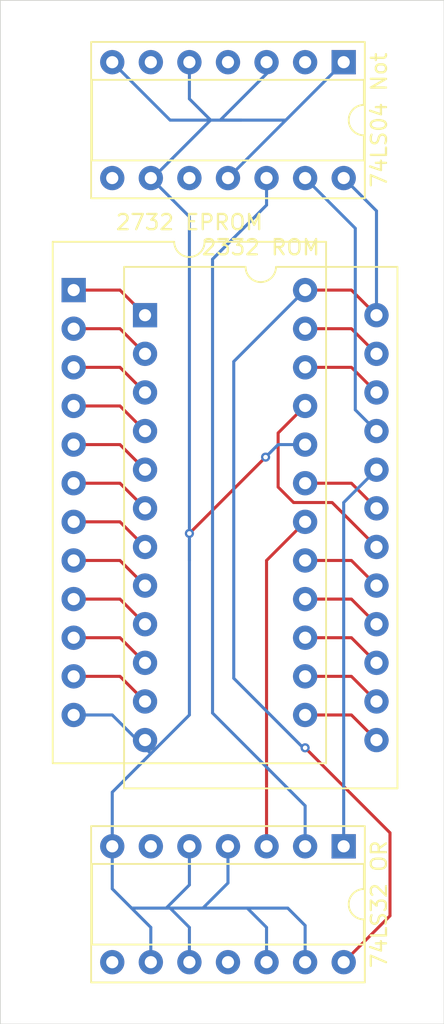
<source format=kicad_pcb>
(kicad_pcb (version 20240108) (generator "pcbnew") (generator_version "8.0")
  (layers (0 "F.Cu" signal) (31 "B.Cu" signal) (34 "B.Paste" user) (35 "F.Paste" user) (36 "B.SilkS" user "B.Silkscreen") (37 "F.SilkS" user "F.Silkscreen") (38 "B.Mask" user) (39 "F.Mask" user) (44 "Edge.Cuts" user))
  (net 0 "")
  (net 1 "Ground")
  (net 2 "Vcc")
  (net 3 "notInput")
  (net 4 "orInput1")
  (net 5 "orOutput")
  (net 6 "orInput2")
  (net 7 "A7")
  (net 8 "A6")
  (net 9 "A5")
  (net 10 "A4")
  (net 11 "A3")
  (net 12 "A2")
  (net 13 "A1")
  (net 14 "A0")
  (net 15 "D0")
  (net 16 "D1")
  (net 17 "D2")
  (net 18 "A8")
  (net 19 "A9")
  (net 20 "A10")
  (net 21 "A11")
  (net 22 "D7")
  (net 23 "D6")
  (net 24 "D5")
  (net 25 "D4")
  (net 26 "D3")
  (footprint "Package_DIP:DIP-24_18.0mmx34.29mm_W15.24mm_Socket" (layer "F.Cu") (at 81.026 60.96)
    (property "Reference" "2732 EPROM" (at 7.62 -4.46 0) (layer "F.SilkS"))
    (property "Value" "DIP-24_Socket")
    (fp_line (start -1.38 -3.175) (end -1.38 31.115) (stroke (width 0.12)) (layer "F.SilkS"))
    (fp_line (start -1.38 31.115) (end 16.62 31.115) (stroke (width 0.12)) (layer "F.SilkS"))
    (fp_line (start 6.62 -3.175) (end -1.38 -3.175) (stroke (width 0.12)) (layer "F.SilkS"))
    (fp_line (start 16.62 -3.175) (end 8.62 -3.175) (stroke (width 0.12)) (layer "F.SilkS"))
    (fp_line (start 16.62 31.115) (end 16.62 -3.175) (stroke (width 0.12)) (layer "F.SilkS"))
    (fp_arc (start 8.62 -3.175) (mid 7.62 -2.175) (end 6.62 -3.175) (stroke (width 0.12)) (layer "F.SilkS"))
    (pad "1" thru_hole rect (at 0 0) (size 1.6 1.6) (drill 0.8) (layers "*.Cu" "*.Mask") (net 7 "A7"))
    (pad "2" thru_hole oval (at 0 2.54) (size 1.6 1.6) (drill 0.8) (layers "*.Cu" "*.Mask") (net 8 "A6"))
    (pad "3" thru_hole oval (at 0 5.08) (size 1.6 1.6) (drill 0.8) (layers "*.Cu" "*.Mask") (net 9 "A5"))
    (pad "4" thru_hole oval (at 0 7.62) (size 1.6 1.6) (drill 0.8) (layers "*.Cu" "*.Mask") (net 10 "A4"))
    (pad "5" thru_hole oval (at 0 10.16) (size 1.6 1.6) (drill 0.8) (layers "*.Cu" "*.Mask") (net 11 "A3"))
    (pad "6" thru_hole oval (at 0 12.7) (size 1.6 1.6) (drill 0.8) (layers "*.Cu" "*.Mask") (net 12 "A2"))
    (pad "7" thru_hole oval (at 0 15.24) (size 1.6 1.6) (drill 0.8) (layers "*.Cu" "*.Mask") (net 13 "A1"))
    (pad "8" thru_hole oval (at 0 17.78) (size 1.6 1.6) (drill 0.8) (layers "*.Cu" "*.Mask") (net 14 "A0"))
    (pad "9" thru_hole oval (at 0 20.32) (size 1.6 1.6) (drill 0.8) (layers "*.Cu" "*.Mask") (net 15 "D0"))
    (pad "10" thru_hole oval (at 0 22.86) (size 1.6 1.6) (drill 0.8) (layers "*.Cu" "*.Mask") (net 16 "D1"))
    (pad "11" thru_hole oval (at 0 25.4) (size 1.6 1.6) (drill 0.8) (layers "*.Cu" "*.Mask") (net 17 "D2"))
    (pad "12" thru_hole oval (at 0 27.94) (size 1.6 1.6) (drill 0.8) (layers "*.Cu" "*.Mask") (net 1 "Ground"))
    (pad "13" thru_hole oval (at 15.24 27.94) (size 1.6 1.6) (drill 0.8) (layers "*.Cu" "*.Mask") (net 26 "D3"))
    (pad "14" thru_hole oval (at 15.24 25.4) (size 1.6 1.6) (drill 0.8) (layers "*.Cu" "*.Mask") (net 25 "D4"))
    (pad "15" thru_hole oval (at 15.24 22.86) (size 1.6 1.6) (drill 0.8) (layers "*.Cu" "*.Mask") (net 24 "D5"))
    (pad "16" thru_hole oval (at 15.24 20.32) (size 1.6 1.6) (drill 0.8) (layers "*.Cu" "*.Mask") (net 23 "D6"))
    (pad "17" thru_hole oval (at 15.24 17.78) (size 1.6 1.6) (drill 0.8) (layers "*.Cu" "*.Mask") (net 22 "D7"))
    (pad "18" thru_hole oval (at 15.24 15.24) (size 1.6 1.6) (drill 0.8) (layers "*.Cu" "*.Mask") (net 5 "orOutput"))
    (pad "19" thru_hole oval (at 15.24 12.7) (size 1.6 1.6) (drill 0.8) (layers "*.Cu" "*.Mask") (net 20 "A10"))
    (pad "20" thru_hole oval (at 15.24 10.16) (size 1.6 1.6) (drill 0.8) (layers "*.Cu" "*.Mask") (net 1 "Ground"))
    (pad "21" thru_hole oval (at 15.24 7.62) (size 1.6 1.6) (drill 0.8) (layers "*.Cu" "*.Mask") (net 21 "A11"))
    (pad "22" thru_hole oval (at 15.24 5.08) (size 1.6 1.6) (drill 0.8) (layers "*.Cu" "*.Mask") (net 19 "A9"))
    (pad "23" thru_hole oval (at 15.24 2.54) (size 1.6 1.6) (drill 0.8) (layers "*.Cu" "*.Mask") (net 18 "A8"))
    (pad "24" thru_hole oval (at 15.24 0) (size 1.6 1.6) (drill 0.8) (layers "*.Cu" "*.Mask") (net 2 "Vcc"))
  )
  (footprint "Package_DIP:DIP-14_W7.62mm_Socket" (layer "F.Cu") (at 98.806 97.536 -90)
    (property "Reference" "74LS32 OR" (at 3.81 -2.33 90) (layer "F.SilkS"))
    (property "Value" "DIP-14_Socket")
    (fp_line (start -1.33 16.63) (end 8.95 16.63) (stroke (width 0.12)) (layer "F.SilkS"))
    (fp_line (start 8.95 16.63) (end 8.95 -1.39) (stroke (width 0.12)) (layer "F.SilkS"))
    (fp_line (start 1.16 16.57) (end 6.46 16.57) (stroke (width 0.12)) (layer "F.SilkS"))
    (fp_line (start 6.46 16.57) (end 6.46 -1.33) (stroke (width 0.12)) (layer "F.SilkS"))
    (fp_line (start 1.16 -1.33) (end 1.16 16.57) (stroke (width 0.12)) (layer "F.SilkS"))
    (fp_line (start 2.81 -1.33) (end 1.16 -1.33) (stroke (width 0.12)) (layer "F.SilkS"))
    (fp_line (start 6.46 -1.33) (end 4.81 -1.33) (stroke (width 0.12)) (layer "F.SilkS"))
    (fp_line (start -1.33 -1.39) (end -1.33 16.63) (stroke (width 0.12)) (layer "F.SilkS"))
    (fp_line (start 8.95 -1.39) (end -1.33 -1.39) (stroke (width 0.12)) (layer "F.SilkS"))
    (fp_arc (start 4.81 -1.33) (mid 3.81 -0.33) (end 2.81 -1.33) (stroke (width 0.12)) (layer "F.SilkS"))
    (pad "1" thru_hole rect (at 0 0 270) (size 1.6 1.6) (drill 0.8) (layers "*.Cu" "*.Mask") (net 4 "orInput1"))
    (pad "2" thru_hole oval (at 0 2.54 270) (size 1.6 1.6) (drill 0.8) (layers "*.Cu" "*.Mask") (net 6 "orInput2"))
    (pad "3" thru_hole oval (at 0 5.08 270) (size 1.6 1.6) (drill 0.8) (layers "*.Cu" "*.Mask") (net 5 "orOutput"))
    (pad "4" thru_hole oval (at 0 7.62 270) (size 1.6 1.6) (drill 0.8) (layers "*.Cu" "*.Mask") (net 1 "Ground"))
    (pad "5" thru_hole oval (at 0 10.16 270) (size 1.6 1.6) (drill 0.8) (layers "*.Cu" "*.Mask") (net 1 "Ground"))
    (pad "6" thru_hole oval (at 0 12.7 270) (size 1.6 1.6) (drill 0.8) (layers "*.Cu" "*.Mask"))
    (pad "7" thru_hole circle (at 0 15.24 270) (size 1.6 1.6) (drill 0.8) (layers "*.Cu" "*.Mask") (net 1 "Ground"))
    (pad "8" thru_hole oval (at 7.62 15.24 270) (size 1.6 1.6) (drill 0.8) (layers "*.Cu" "*.Mask"))
    (pad "9" thru_hole oval (at 7.62 12.7 270) (size 1.6 1.6) (drill 0.8) (layers "*.Cu" "*.Mask") (net 1 "Ground"))
    (pad "10" thru_hole oval (at 7.62 10.16 270) (size 1.6 1.6) (drill 0.8) (layers "*.Cu" "*.Mask") (net 1 "Ground"))
    (pad "11" thru_hole oval (at 7.62 7.62 270) (size 1.6 1.6) (drill 0.8) (layers "*.Cu" "*.Mask"))
    (pad "12" thru_hole oval (at 7.62 5.08 270) (size 1.6 1.6) (drill 0.8) (layers "*.Cu" "*.Mask") (net 1 "Ground"))
    (pad "13" thru_hole oval (at 7.62 2.54 270) (size 1.6 1.6) (drill 0.8) (layers "*.Cu" "*.Mask") (net 1 "Ground"))
    (pad "14" thru_hole circle (at 7.62 0 270) (size 1.6 1.6) (drill 0.8) (layers "*.Cu" "*.Mask") (net 2 "Vcc"))
  )
  (footprint "Package_DIP:DIP-24_18.0mmx34.29mm_W15.24mm_Socket" (layer "F.Cu") (at 85.725 62.611)
    (property "Reference" "2332 ROM" (at 7.62 -4.46 0) (layer "F.SilkS"))
    (property "Value" "DIP-24_Socket")
    (fp_line (start -1.38 -3.175) (end -1.38 31.115) (stroke (width 0.12)) (layer "F.SilkS"))
    (fp_line (start -1.38 31.115) (end 16.62 31.115) (stroke (width 0.12)) (layer "F.SilkS"))
    (fp_line (start 6.62 -3.175) (end -1.38 -3.175) (stroke (width 0.12)) (layer "F.SilkS"))
    (fp_line (start 16.62 -3.175) (end 8.62 -3.175) (stroke (width 0.12)) (layer "F.SilkS"))
    (fp_line (start 16.62 31.115) (end 16.62 -3.175) (stroke (width 0.12)) (layer "F.SilkS"))
    (fp_arc (start 8.62 -3.175) (mid 7.62 -2.175) (end 6.62 -3.175) (stroke (width 0.12)) (layer "F.SilkS"))
    (pad "1" thru_hole rect (at 0 0) (size 1.6 1.6) (drill 0.8) (layers "*.Cu" "*.Mask") (net 7 "A7"))
    (pad "2" thru_hole oval (at 0 2.54) (size 1.6 1.6) (drill 0.8) (layers "*.Cu" "*.Mask") (net 8 "A6"))
    (pad "3" thru_hole oval (at 0 5.08) (size 1.6 1.6) (drill 0.8) (layers "*.Cu" "*.Mask") (net 9 "A5"))
    (pad "4" thru_hole oval (at 0 7.62) (size 1.6 1.6) (drill 0.8) (layers "*.Cu" "*.Mask") (net 10 "A4"))
    (pad "5" thru_hole oval (at 0 10.16) (size 1.6 1.6) (drill 0.8) (layers "*.Cu" "*.Mask") (net 11 "A3"))
    (pad "6" thru_hole oval (at 0 12.7) (size 1.6 1.6) (drill 0.8) (layers "*.Cu" "*.Mask") (net 12 "A2"))
    (pad "7" thru_hole oval (at 0 15.24) (size 1.6 1.6) (drill 0.8) (layers "*.Cu" "*.Mask") (net 13 "A1"))
    (pad "8" thru_hole oval (at 0 17.78) (size 1.6 1.6) (drill 0.8) (layers "*.Cu" "*.Mask") (net 14 "A0"))
    (pad "9" thru_hole oval (at 0 20.32) (size 1.6 1.6) (drill 0.8) (layers "*.Cu" "*.Mask") (net 15 "D0"))
    (pad "10" thru_hole oval (at 0 22.86) (size 1.6 1.6) (drill 0.8) (layers "*.Cu" "*.Mask") (net 16 "D1"))
    (pad "11" thru_hole oval (at 0 25.4) (size 1.6 1.6) (drill 0.8) (layers "*.Cu" "*.Mask") (net 17 "D2"))
    (pad "12" thru_hole oval (at 0 27.94) (size 1.6 1.6) (drill 0.8) (layers "*.Cu" "*.Mask") (net 1 "Ground"))
    (pad "13" thru_hole oval (at 15.24 27.94) (size 1.6 1.6) (drill 0.8) (layers "*.Cu" "*.Mask") (net 26 "D3"))
    (pad "14" thru_hole oval (at 15.24 25.4) (size 1.6 1.6) (drill 0.8) (layers "*.Cu" "*.Mask") (net 25 "D4"))
    (pad "15" thru_hole oval (at 15.24 22.86) (size 1.6 1.6) (drill 0.8) (layers "*.Cu" "*.Mask") (net 24 "D5"))
    (pad "16" thru_hole oval (at 15.24 20.32) (size 1.6 1.6) (drill 0.8) (layers "*.Cu" "*.Mask") (net 23 "D6"))
    (pad "17" thru_hole oval (at 15.24 17.78) (size 1.6 1.6) (drill 0.8) (layers "*.Cu" "*.Mask") (net 22 "D7"))
    (pad "18" thru_hole oval (at 15.24 15.24) (size 1.6 1.6) (drill 0.8) (layers "*.Cu" "*.Mask") (net 21 "A11"))
    (pad "19" thru_hole oval (at 15.24 12.7) (size 1.6 1.6) (drill 0.8) (layers "*.Cu" "*.Mask") (net 20 "A10"))
    (pad "20" thru_hole oval (at 15.24 10.16) (size 1.6 1.6) (drill 0.8) (layers "*.Cu" "*.Mask") (net 4 "orInput1"))
    (pad "21" thru_hole oval (at 15.24 7.62) (size 1.6 1.6) (drill 0.8) (layers "*.Cu" "*.Mask") (net 3 "notInput"))
    (pad "22" thru_hole oval (at 15.24 5.08) (size 1.6 1.6) (drill 0.8) (layers "*.Cu" "*.Mask") (net 19 "A9"))
    (pad "23" thru_hole oval (at 15.24 2.54) (size 1.6 1.6) (drill 0.8) (layers "*.Cu" "*.Mask") (net 18 "A8"))
    (pad "24" thru_hole oval (at 15.24 0) (size 1.6 1.6) (drill 0.8) (layers "*.Cu" "*.Mask") (net 2 "Vcc"))
  )
  (footprint "Package_DIP:DIP-14_W7.62mm_Socket" (layer "F.Cu") (at 98.806 45.974 -90)
    (property "Reference" "74LS04 Not" (at 3.81 -2.33 90) (layer "F.SilkS"))
    (property "Value" "DIP-14_Socket")
    (fp_line (start -1.33 16.63) (end 8.95 16.63) (stroke (width 0.12)) (layer "F.SilkS"))
    (fp_line (start 8.95 16.63) (end 8.95 -1.39) (stroke (width 0.12)) (layer "F.SilkS"))
    (fp_line (start 1.16 16.57) (end 6.46 16.57) (stroke (width 0.12)) (layer "F.SilkS"))
    (fp_line (start 6.46 16.57) (end 6.46 -1.33) (stroke (width 0.12)) (layer "F.SilkS"))
    (fp_line (start 1.16 -1.33) (end 1.16 16.57) (stroke (width 0.12)) (layer "F.SilkS"))
    (fp_line (start 2.81 -1.33) (end 1.16 -1.33) (stroke (width 0.12)) (layer "F.SilkS"))
    (fp_line (start 6.46 -1.33) (end 4.81 -1.33) (stroke (width 0.12)) (layer "F.SilkS"))
    (fp_line (start -1.33 -1.39) (end -1.33 16.63) (stroke (width 0.12)) (layer "F.SilkS"))
    (fp_line (start 8.95 -1.39) (end -1.33 -1.39) (stroke (width 0.12)) (layer "F.SilkS"))
    (fp_arc (start 4.81 -1.33) (mid 3.81 -0.33) (end 2.81 -1.33) (stroke (width 0.12)) (layer "F.SilkS"))
    (pad "1" thru_hole rect (at 0 0 270) (size 1.6 1.6) (drill 0.8) (layers "*.Cu" "*.Mask") (net 1 "Ground"))
    (pad "2" thru_hole oval (at 0 2.54 270) (size 1.6 1.6) (drill 0.8) (layers "*.Cu" "*.Mask"))
    (pad "3" thru_hole oval (at 0 5.08 270) (size 1.6 1.6) (drill 0.8) (layers "*.Cu" "*.Mask") (net 1 "Ground"))
    (pad "4" thru_hole oval (at 0 7.62 270) (size 1.6 1.6) (drill 0.8) (layers "*.Cu" "*.Mask"))
    (pad "5" thru_hole oval (at 0 10.16 270) (size 1.6 1.6) (drill 0.8) (layers "*.Cu" "*.Mask") (net 1 "Ground"))
    (pad "6" thru_hole oval (at 0 12.7 270) (size 1.6 1.6) (drill 0.8) (layers "*.Cu" "*.Mask"))
    (pad "7" thru_hole oval (at 0 15.24 270) (size 1.6 1.6) (drill 0.8) (layers "*.Cu" "*.Mask") (net 1 "Ground"))
    (pad "8" thru_hole oval (at 7.62 15.24 270) (size 1.6 1.6) (drill 0.8) (layers "*.Cu" "*.Mask"))
    (pad "9" thru_hole oval (at 7.62 12.7 270) (size 1.6 1.6) (drill 0.8) (layers "*.Cu" "*.Mask") (net 1 "Ground"))
    (pad "10" thru_hole oval (at 7.62 10.16 270) (size 1.6 1.6) (drill 0.8) (layers "*.Cu" "*.Mask"))
    (pad "11" thru_hole oval (at 7.62 7.62 270) (size 1.6 1.6) (drill 0.8) (layers "*.Cu" "*.Mask") (net 1 "Ground"))
    (pad "12" thru_hole oval (at 7.62 5.08 270) (size 1.6 1.6) (drill 0.8) (layers "*.Cu" "*.Mask") (net 6 "orInput2"))
    (pad "13" thru_hole oval (at 7.62 2.54 270) (size 1.6 1.6) (drill 0.8) (layers "*.Cu" "*.Mask") (net 3 "notInput"))
    (pad "14" thru_hole circle (at 7.62 0 270) (size 1.6 1.6) (drill 0.8) (layers "*.Cu" "*.Mask") (net 2 "Vcc"))
  )
  (gr_line (start 76.2 109.22) (end 105.41 109.22) (stroke (width 0.05)) (layer "Edge.Cuts"))
  (gr_line (start 76.2 41.91) (end 76.2 109.22) (stroke (width 0.05)) (layer "Edge.Cuts"))
  (gr_line (start 105.41 41.91) (end 76.2 41.91) (stroke (width 0.05)) (layer "Edge.Cuts"))
  (gr_line (start 105.41 109.22) (end 105.41 41.91) (stroke (width 0.05)) (layer "Edge.Cuts"))
  (segment (start 88.646 76.962) (end 93.6625 71.9455) (width 0.2) (layer "F.Cu") (net 1))
  (via (at 88.646 76.962) (size 0.6) (drill 0.3) (layers "F.Cu" "B.Cu") (net 1))
  (via (at 93.6625 71.9455) (size 0.6) (drill 0.3) (layers "F.Cu" "B.Cu") (net 1))
  (segment (start 93.726 46.736) (end 90.678 49.784) (width 0.2) (layer "B.Cu") (net 1))
  (segment (start 90.678 49.784) (end 92.075 49.784) (width 0.2) (layer "B.Cu") (net 1))
  (segment (start 88.646 105.156) (end 88.646 102.87) (width 0.2) (layer "B.Cu") (net 1))
  (segment (start 93.726 105.156) (end 93.726 102.87) (width 0.2) (layer "B.Cu") (net 1))
  (segment (start 83.566 93.98) (end 83.566 97.536) (width 0.2) (layer "B.Cu") (net 1))
  (segment (start 96.266 102.743) (end 95.123 101.6) (width 0.2) (layer "B.Cu") (net 1))
  (segment (start 89.535 101.6) (end 91.186 99.949) (width 0.2) (layer "B.Cu") (net 1))
  (segment (start 86.233 53.594) (end 90.043 49.784) (width 0.2) (layer "B.Cu") (net 1))
  (segment (start 88.646 78.74) (end 88.646 56.134) (width 0.2) (layer "B.Cu") (net 1))
  (segment (start 83.566 97.536) (end 83.566 100.33) (width 0.2) (layer "B.Cu") (net 1))
  (segment (start 93.726 102.87) (end 92.456 101.6) (width 0.2) (layer "B.Cu") (net 1))
  (segment (start 91.186 53.594) (end 94.996 49.784) (width 0.2) (layer "B.Cu") (net 1))
  (segment (start 87.376 49.784) (end 83.566 45.974) (width 0.2) (layer "B.Cu") (net 1))
  (segment (start 86.106 91.44) (end 83.566 88.9) (width 0.2) (layer "B.Cu") (net 1))
  (segment (start 86.106 91.44) (end 83.566 93.98) (width 0.2) (layer "B.Cu") (net 1))
  (segment (start 91.186 99.949) (end 91.186 97.536) (width 0.2) (layer "B.Cu") (net 1))
  (segment (start 88.646 88.9) (end 88.646 78.74) (width 0.2) (layer "B.Cu") (net 1))
  (segment (start 88.646 56.134) (end 86.106 53.594) (width 0.2) (layer "B.Cu") (net 1))
  (segment (start 88.646 97.536) (end 88.646 100.076) (width 0.2) (layer "B.Cu") (net 1))
  (segment (start 88.646 76.962) (end 88.646 78.74) (width 0.2) (layer "B.Cu") (net 1))
  (segment (start 96.266 105.156) (end 96.266 102.743) (width 0.2) (layer "B.Cu") (net 1))
  (segment (start 88.646 45.974) (end 88.646 48.387) (width 0.2) (layer "B.Cu") (net 1))
  (segment (start 98.806 45.974) (end 94.996 49.784) (width 0.2) (layer "B.Cu") (net 1))
  (segment (start 83.566 88.9) (end 81.026 88.9) (width 0.2) (layer "B.Cu") (net 1))
  (segment (start 86.106 91.44) (end 88.646 88.9) (width 0.2) (layer "B.Cu") (net 1))
  (segment (start 86.106 102.87) (end 86.106 105.156) (width 0.2) (layer "B.Cu") (net 1))
  (segment (start 88.646 102.87) (end 87.376 101.6) (width 0.2) (layer "B.Cu") (net 1))
  (segment (start 93.6625 71.9455) (end 94.488 71.12) (width 0.2) (layer "B.Cu") (net 1))
  (segment (start 83.566 100.33) (end 86.106 102.87) (width 0.2) (layer "B.Cu") (net 1))
  (segment (start 95.123 101.6) (end 84.836 101.6) (width 0.2) (layer "B.Cu") (net 1))
  (segment (start 88.646 48.387) (end 90.043 49.784) (width 0.2) (layer "B.Cu") (net 1))
  (segment (start 94.488 71.12) (end 96.266 71.12) (width 0.2) (layer "B.Cu") (net 1))
  (segment (start 88.646 100.076) (end 87.122 101.6) (width 0.2) (layer "B.Cu") (net 1))
  (segment (start 94.996 49.784) (end 87.376 49.784) (width 0.2) (layer "B.Cu") (net 1))
  (segment (start 93.726 45.974) (end 93.726 46.736) (width 0.2) (layer "B.Cu") (net 1))
  (segment (start 86.106 53.594) (end 86.233 53.594) (width 0.2) (layer "B.Cu") (net 1))
  (segment (start 101.854 96.647) (end 101.854 96.774) (width 0.2) (layer "F.Cu") (net 2))
  (segment (start 99.314 60.96) (end 100.965 62.611) (width 0.2) (layer "F.Cu") (net 2))
  (segment (start 98.806 105.156) (end 101.854 102.108) (width 0.2) (layer "F.Cu") (net 2))
  (segment (start 96.266 91.059) (end 101.854 96.647) (width 0.2) (layer "F.Cu") (net 2))
  (segment (start 101.854 102.108) (end 101.854 96.774) (width 0.2) (layer "F.Cu") (net 2))
  (segment (start 96.266 60.96) (end 99.314 60.96) (width 0.2) (layer "F.Cu") (net 2))
  (via (at 96.266 91.059) (size 0.6) (drill 0.3) (layers "F.Cu" "B.Cu") (net 2))
  (segment (start 98.806 53.594) (end 100.965 55.753) (width 0.2) (layer "B.Cu") (net 2))
  (segment (start 91.567 65.659) (end 91.567 86.487) (width 0.2) (layer "B.Cu") (net 2))
  (segment (start 96.266 60.96) (end 91.567 65.659) (width 0.2) (layer "B.Cu") (net 2))
  (segment (start 96.139 91.059) (end 96.266 91.059) (width 0.2) (layer "B.Cu") (net 2))
  (segment (start 100.965 55.753) (end 100.965 62.611) (width 0.2) (layer "B.Cu") (net 2))
  (segment (start 91.567 86.487) (end 96.139 91.059) (width 0.2) (layer "B.Cu") (net 2))
  (segment (start 100.965 70.231) (end 99.568 68.834) (width 0.2) (layer "B.Cu") (net 3))
  (segment (start 99.568 68.834) (end 99.568 56.896) (width 0.2) (layer "B.Cu") (net 3))
  (segment (start 99.568 56.896) (end 96.266 53.594) (width 0.2) (layer "B.Cu") (net 3))
  (segment (start 100.965 72.771) (end 98.806 74.93) (width 0.2) (layer "B.Cu") (net 4))
  (segment (start 98.806 97.536) (end 98.806 74.93) (width 0.2) (layer "B.Cu") (net 4))
  (segment (start 93.726 97.536) (end 93.726 78.74) (width 0.2) (layer "F.Cu") (net 5))
  (segment (start 93.726 78.74) (end 96.266 76.2) (width 0.2) (layer "F.Cu") (net 5))
  (segment (start 93.326 97.701685) (end 93.506657 97.882343) (width 0.2) (layer "B.Cu") (net 5))
  (segment (start 93.726 55.372) (end 93.726 53.594) (width 0.2) (layer "B.Cu") (net 6))
  (segment (start 96.266 94.869) (end 90.17 88.773) (width 0.2) (layer "B.Cu") (net 6))
  (segment (start 90.17 88.773) (end 90.17 58.928) (width 0.2) (layer "B.Cu") (net 6))
  (segment (start 96.266 97.536) (end 96.266 94.869) (width 0.2) (layer "B.Cu") (net 6))
  (segment (start 90.17 58.928) (end 93.726 55.372) (width 0.2) (layer "B.Cu") (net 6))
  (segment (start 81.026 60.96) (end 84.074 60.96) (width 0.2) (layer "F.Cu") (net 7))
  (segment (start 84.074 60.96) (end 85.725 62.611) (width 0.2) (layer "F.Cu") (net 7))
  (segment (start 84.074 63.5) (end 85.725 65.151) (width 0.2) (layer "F.Cu") (net 8))
  (segment (start 81.026 63.5) (end 84.074 63.5) (width 0.2) (layer "F.Cu") (net 8))
  (segment (start 84.074 66.04) (end 85.725 67.691) (width 0.2) (layer "F.Cu") (net 9))
  (segment (start 81.026 66.04) (end 84.074 66.04) (width 0.2) (layer "F.Cu") (net 9))
  (segment (start 81.026 68.58) (end 84.074 68.58) (width 0.2) (layer "F.Cu") (net 10))
  (segment (start 84.074 68.58) (end 85.725 70.231) (width 0.2) (layer "F.Cu") (net 10))
  (segment (start 84.074 71.12) (end 85.725 72.771) (width 0.2) (layer "F.Cu") (net 11))
  (segment (start 81.026 71.12) (end 84.074 71.12) (width 0.2) (layer "F.Cu") (net 11))
  (segment (start 84.074 73.66) (end 85.725 75.311) (width 0.2) (layer "F.Cu") (net 12))
  (segment (start 81.026 73.66) (end 84.074 73.66) (width 0.2) (layer "F.Cu") (net 12))
  (segment (start 81.026 76.2) (end 84.074 76.2) (width 0.2) (layer "F.Cu") (net 13))
  (segment (start 84.074 76.2) (end 85.725 77.851) (width 0.2) (layer "F.Cu") (net 13))
  (segment (start 84.074 78.74) (end 85.725 80.391) (width 0.2) (layer "F.Cu") (net 14))
  (segment (start 81.026 78.74) (end 84.074 78.74) (width 0.2) (layer "F.Cu") (net 14))
  (segment (start 84.074 81.28) (end 85.725 82.931) (width 0.2) (layer "F.Cu") (net 15))
  (segment (start 81.026 81.28) (end 84.074 81.28) (width 0.2) (layer "F.Cu") (net 15))
  (segment (start 84.074 83.82) (end 85.725 85.471) (width 0.2) (layer "F.Cu") (net 16))
  (segment (start 81.026 83.82) (end 84.074 83.82) (width 0.2) (layer "F.Cu") (net 16))
  (segment (start 81.026 86.36) (end 84.074 86.36) (width 0.2) (layer "F.Cu") (net 17))
  (segment (start 84.074 86.36) (end 85.725 88.011) (width 0.2) (layer "F.Cu") (net 17))
  (segment (start 96.266 63.5) (end 99.314 63.5) (width 0.2) (layer "F.Cu") (net 18))
  (segment (start 99.314 63.5) (end 100.965 65.151) (width 0.2) (layer "F.Cu") (net 18))
  (segment (start 96.266 66.04) (end 99.314 66.04) (width 0.2) (layer "F.Cu") (net 19))
  (segment (start 99.314 66.04) (end 100.965 67.691) (width 0.2) (layer "F.Cu") (net 19))
  (segment (start 96.266 73.66) (end 99.314 73.66) (width 0.2) (layer "F.Cu") (net 20))
  (segment (start 99.314 73.66) (end 100.965 75.311) (width 0.2) (layer "F.Cu") (net 20))
  (segment (start 94.488 70.358) (end 94.488 73.914) (width 0.2) (layer "F.Cu") (net 21))
  (segment (start 94.488 73.914) (end 95.504 74.93) (width 0.2) (layer "F.Cu") (net 21))
  (segment (start 95.504 74.93) (end 98.044 74.93) (width 0.2) (layer "F.Cu") (net 21))
  (segment (start 98.044 74.93) (end 100.965 77.851) (width 0.2) (layer "F.Cu") (net 21))
  (segment (start 96.266 68.58) (end 94.488 70.358) (width 0.2) (layer "F.Cu") (net 21))
  (segment (start 99.314 78.74) (end 100.965 80.391) (width 0.2) (layer "F.Cu") (net 22))
  (segment (start 96.266 78.74) (end 99.314 78.74) (width 0.2) (layer "F.Cu") (net 22))
  (segment (start 99.314 81.28) (end 100.965 82.931) (width 0.2) (layer "F.Cu") (net 23))
  (segment (start 96.266 81.28) (end 99.314 81.28) (width 0.2) (layer "F.Cu") (net 23))
  (segment (start 96.266 83.82) (end 99.314 83.82) (width 0.2) (layer "F.Cu") (net 24))
  (segment (start 99.314 83.82) (end 100.965 85.471) (width 0.2) (layer "F.Cu") (net 24))
  (segment (start 99.314 86.36) (end 100.965 88.011) (width 0.2) (layer "F.Cu") (net 25))
  (segment (start 96.266 86.36) (end 99.314 86.36) (width 0.2) (layer "F.Cu") (net 25))
  (segment (start 99.314 88.9) (end 100.965 90.551) (width 0.2) (layer "F.Cu") (net 26))
  (segment (start 96.266 88.9) (end 99.314 88.9) (width 0.2) (layer "F.Cu") (net 26))
)
</source>
